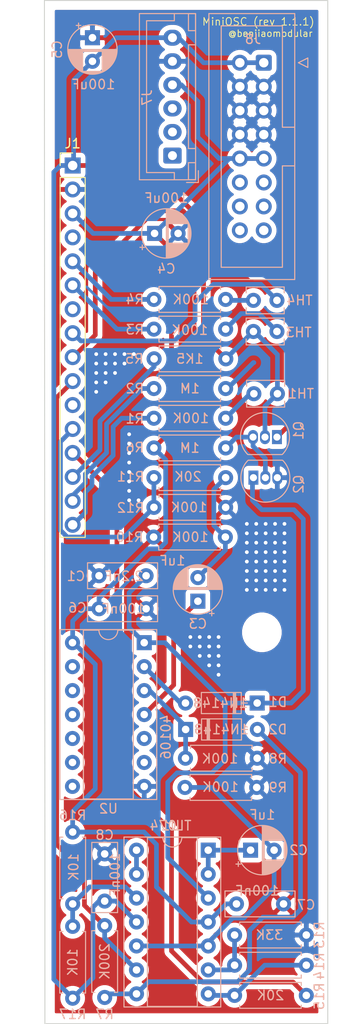
<source format=kicad_pcb>
(kicad_pcb (version 20171130) (host pcbnew 5.1.9+dfsg1-1~bpo10+1)
  (layers (0 F.Cu signal) (31 B.Cu signal) (34 B.Paste user) (35 F.Paste user) (36 B.SilkS user) (37 F.SilkS user) (38 B.Mask user) (39 F.Mask user) (44 Edge.Cuts user))
  (net 0 "")
  (net 1 Earth)
  (net 2 "Net-(C1-Pad1)")
  (net 3 "Net-(C2-Pad2)")
  (net 4 "Net-(C2-Pad1)")
  (net 5 "Net-(C3-Pad1)")
  (net 6 "Net-(C3-Pad2)")
  (net 7 +12V)
  (net 8 -12V)
  (net 9 "Net-(D1-Pad2)")
  (net 10 "Net-(D2-Pad2)")
  (net 11 "Net-(D2-Pad1)")
  (net 12 "Net-(J1-Pad16)")
  (net 13 "Net-(J1-Pad15)")
  (net 14 SCALE)
  (net 15 "Net-(J1-Pad6)")
  (net 16 "Net-(J1-Pad5)")
  (net 17 PULSE_OUT)
  (net 18 SAW_OUT)
  (net 19 "Net-(Q1-Pad3)")
  (net 20 "Net-(R1-Pad1)")
  (net 21 "Net-(R2-Pad1)")
  (net 22 "Net-(R3-Pad1)")
  (net 23 "Net-(R4-Pad1)")
  (net 24 "Net-(R13-Pad1)")
  (net 25 "Net-(R14-Pad2)")
  (net 26 "Net-(R16-Pad1)")
  (net 27 "Net-(U1-Pad13)")
  (net 28 FM_AMT_P2)
  (net 29 FM_AMT_P3)
  (net 30 PULSE_WIDTH)
  (net 31 "Net-(J8-Pad11)")
  (net 32 "Net-(J8-Pad13)")
  (net 33 "Net-(J8-Pad15)")
  (module MountingHole:MountingHole_3.2mm_M3 (layer F.Cu) (at 127.1 122)
    (fp_text reference REF** hide)
    (fp_text value MountingHole_3.2mm_M3)
    (pad 1 np_thru_hole circle (at 0 0) (size 3.2 3.2) (drill 3.2) (layers *.Cu *.Mask))
  )
  (module Capacitor_THT:C_Rect_L7.2mm_W2.5mm_P5.00mm_FKS2_FKP2_MKS2_MKP2 (layer B.Cu) (at 114.8 116 180)
    (fp_text reference C1 (at 7.45 -0.05) (layer B.SilkS) (effects (justify mirror)))
    (fp_text value 2.2nF (at 2.35 -0.05) (layer B.SilkS) (effects (justify mirror)))
    (pad 2 thru_hole circle (at 5 0 180) (size 1.6 1.6) (drill 0.8) (layers *.Cu *.Mask) (net 1 Earth))
    (pad 1 thru_hole circle (at 0 0 180) (size 1.6 1.6) (drill 0.8) (layers *.Cu *.Mask) (net 2 "Net-(C1-Pad1)"))
  )
  (module Capacitor_THT:CP_Radial_D5.0mm_P2.50mm (layer B.Cu) (at 125.9 145.1)
    (fp_text reference C2 (at 5.1 0) (layer B.SilkS) (effects (justify mirror)))
    (fp_text value 1uF (at 1.25 -3.75) (layer B.SilkS) (effects (justify mirror)))
    (pad 2 thru_hole circle (at 2.5 0) (size 1.6 1.6) (drill 0.8) (layers *.Cu *.Mask) (net 3 "Net-(C2-Pad2)"))
    (pad 1 thru_hole rect (at 0 0) (size 1.6 1.6) (drill 0.8) (layers *.Cu *.Mask) (net 4 "Net-(C2-Pad1)"))
  )
  (module Capacitor_THT:CP_Radial_D5.0mm_P2.50mm (layer B.Cu) (at 120.3 118.7 90)
    (fp_text reference C3 (at -2.4 0 180) (layer B.SilkS) (effects (justify mirror)))
    (fp_text value 1uF (at 4.3 -2.7 180) (layer B.SilkS) (effects (justify mirror)))
    (pad 1 thru_hole rect (at 0 0 90) (size 1.6 1.6) (drill 0.8) (layers *.Cu *.Mask) (net 5 "Net-(C3-Pad1)"))
    (pad 2 thru_hole circle (at 2.5 0 90) (size 1.6 1.6) (drill 0.8) (layers *.Cu *.Mask) (net 6 "Net-(C3-Pad2)"))
  )
  (module Capacitor_THT:C_Rect_L7.2mm_W2.5mm_P5.00mm_FKS2_FKP2_MKS2_MKP2 (layer B.Cu) (at 109.8 119.5)
    (fp_text reference C6 (at -2.3 -0.1) (layer B.SilkS) (effects (justify mirror)))
    (fp_text value 100nF (at 2.6 0) (layer B.SilkS) (effects (justify mirror)))
    (pad 1 thru_hole circle (at 0 0) (size 1.6 1.6) (drill 0.8) (layers *.Cu *.Mask) (net 7 +12V))
    (pad 2 thru_hole circle (at 5 0) (size 1.6 1.6) (drill 0.8) (layers *.Cu *.Mask) (net 1 Earth))
  )
  (module Capacitor_THT:C_Rect_L7.2mm_W2.5mm_P5.00mm_FKS2_FKP2_MKS2_MKP2 (layer B.Cu) (at 124.4 150.8)
    (fp_text reference C7 (at 7.4 0.1) (layer B.SilkS) (effects (justify mirror)))
    (fp_text value 100nF (at 2.2 -1.4) (layer B.SilkS) (effects (justify mirror)))
    (pad 1 thru_hole circle (at 0 0) (size 1.6 1.6) (drill 0.8) (layers *.Cu *.Mask) (net 7 +12V))
    (pad 2 thru_hole circle (at 5 0) (size 1.6 1.6) (drill 0.8) (layers *.Cu *.Mask) (net 1 Earth))
  )
  (module Capacitor_THT:C_Rect_L7.2mm_W2.5mm_P5.00mm_FKS2_FKP2_MKS2_MKP2 (layer B.Cu) (at 110.4 145.5 270)
    (fp_text reference C8 (at -2 0 180) (layer B.SilkS) (effects (justify mirror)))
    (fp_text value 100nF (at 2.2 -1.1 90) (layer B.SilkS) (effects (justify mirror)))
    (pad 2 thru_hole circle (at 5 0 270) (size 1.6 1.6) (drill 0.8) (layers *.Cu *.Mask) (net 8 -12V))
    (pad 1 thru_hole circle (at 0 0 270) (size 1.6 1.6) (drill 0.8) (layers *.Cu *.Mask) (net 1 Earth))
  )
  (module Diode_THT:D_DO-35_SOD27_P7.62mm_Horizontal (layer B.Cu) (at 126.6 129.5 180)
    (fp_text reference D1 (at -2.2 0.1) (layer B.SilkS) (effects (justify mirror)))
    (fp_text value 1N4148 (at 3.9 0) (layer B.SilkS) (effects (justify mirror)))
    (pad 1 thru_hole rect (at 0 0 180) (size 1.6 1.6) (drill 0.8) (layers *.Cu *.Mask) (net 2 "Net-(C1-Pad1)"))
    (pad 2 thru_hole oval (at 7.62 0 180) (size 1.6 1.6) (drill 0.8) (layers *.Cu *.Mask) (net 9 "Net-(D1-Pad2)"))
  )
  (module Diode_THT:D_DO-35_SOD27_P7.62mm_Horizontal (layer B.Cu) (at 119 132.3)
    (fp_text reference D2 (at 9.8 0) (layer B.SilkS) (effects (justify mirror)))
    (fp_text value 1N4148 (at 3.8 0) (layer B.SilkS) (effects (justify mirror)))
    (pad 2 thru_hole oval (at 7.62 0) (size 1.6 1.6) (drill 0.8) (layers *.Cu *.Mask) (net 10 "Net-(D2-Pad2)"))
    (pad 1 thru_hole rect (at 0 0) (size 1.6 1.6) (drill 0.8) (layers *.Cu *.Mask) (net 11 "Net-(D2-Pad1)"))
  )
  (module Connector_JST:JST_XH_B6B-XH-A_1x06_P2.50mm_Vertical (layer B.Cu) (at 117.6 71.45 90)
    (fp_text reference J7 (at 6.15 -2.7 270) (layer B.SilkS) (effects (justify mirror)))
    (fp_text value JST_BUS)
    (pad 1 thru_hole roundrect (at 0 0 90) (size 1.7 1.95) (drill 0.95) (layers *.Cu *.Mask) (roundrect_rratio 0.1470588235294118))
    (pad 2 thru_hole oval (at 2.5 0 90) (size 1.7 1.95) (drill 0.95) (layers *.Cu *.Mask))
    (pad 3 thru_hole oval (at 5 0 90) (size 1.7 1.95) (drill 0.95) (layers *.Cu *.Mask))
    (pad 4 thru_hole oval (at 7.5 0 90) (size 1.7 1.95) (drill 0.95) (layers *.Cu *.Mask) (net 7 +12V))
    (pad 5 thru_hole oval (at 10 0 90) (size 1.7 1.95) (drill 0.95) (layers *.Cu *.Mask) (net 1 Earth))
    (pad 6 thru_hole oval (at 12.5 0 90) (size 1.7 1.95) (drill 0.95) (layers *.Cu *.Mask) (net 8 -12V))
  )
  (module Connector_IDC:IDC-Header_2x08_P2.54mm_Vertical (layer B.Cu) (at 127.3 61.6 180)
    (fp_text reference J8 (at 1.15 2.5) (layer B.SilkS) (effects (justify mirror)))
    (fp_text value IDC_BUS)
    (pad 1 thru_hole roundrect (at 0 0 180) (size 1.7 1.7) (drill 1) (layers *.Cu *.Mask) (roundrect_rratio 0.1470588235294118) (net 8 -12V))
    (pad 3 thru_hole circle (at 0 -2.54 180) (size 1.7 1.7) (drill 1) (layers *.Cu *.Mask) (net 1 Earth))
    (pad 5 thru_hole circle (at 0 -5.08 180) (size 1.7 1.7) (drill 1) (layers *.Cu *.Mask) (net 1 Earth))
    (pad 7 thru_hole circle (at 0 -7.62 180) (size 1.7 1.7) (drill 1) (layers *.Cu *.Mask) (net 1 Earth))
    (pad 9 thru_hole circle (at 0 -10.16 180) (size 1.7 1.7) (drill 1) (layers *.Cu *.Mask) (net 7 +12V))
    (pad 11 thru_hole circle (at 0 -12.7 180) (size 1.7 1.7) (drill 1) (layers *.Cu *.Mask) (net 31 "Net-(J8-Pad11)"))
    (pad 13 thru_hole circle (at 0 -15.24 180) (size 1.7 1.7) (drill 1) (layers *.Cu *.Mask) (net 32 "Net-(J8-Pad13)"))
    (pad 15 thru_hole circle (at 0 -17.78 180) (size 1.7 1.7) (drill 1) (layers *.Cu *.Mask) (net 33 "Net-(J8-Pad15)"))
    (pad 2 thru_hole circle (at 2.54 0 180) (size 1.7 1.7) (drill 1) (layers *.Cu *.Mask) (net 8 -12V))
    (pad 4 thru_hole circle (at 2.54 -2.54 180) (size 1.7 1.7) (drill 1) (layers *.Cu *.Mask) (net 1 Earth))
    (pad 6 thru_hole circle (at 2.54 -5.08 180) (size 1.7 1.7) (drill 1) (layers *.Cu *.Mask) (net 1 Earth))
    (pad 8 thru_hole circle (at 2.54 -7.62 180) (size 1.7 1.7) (drill 1) (layers *.Cu *.Mask) (net 1 Earth))
    (pad 10 thru_hole circle (at 2.54 -10.16 180) (size 1.7 1.7) (drill 1) (layers *.Cu *.Mask) (net 7 +12V))
    (pad 12 thru_hole circle (at 2.54 -12.7 180) (size 1.7 1.7) (drill 1) (layers *.Cu *.Mask) (net 31 "Net-(J8-Pad11)"))
    (pad 14 thru_hole circle (at 2.54 -15.24 180) (size 1.7 1.7) (drill 1) (layers *.Cu *.Mask) (net 32 "Net-(J8-Pad13)"))
    (pad 16 thru_hole circle (at 2.54 -17.78 180) (size 1.7 1.7) (drill 1) (layers *.Cu *.Mask) (net 33 "Net-(J8-Pad15)"))
  )
  (module Package_TO_SOT_THT:TO-92_Inline (layer B.Cu) (at 128.7 101.3 180)
    (fp_text reference Q1 (at -2.3 0.7 90) (layer B.SilkS) (effects (justify mirror)))
    (fp_text value BC558)
    (pad 1 thru_hole rect (at 0 0 180) (size 1.05 1.5) (drill 0.75) (layers *.Cu *.Mask) (net 8 -12V))
    (pad 3 thru_hole oval (at 2.54 0 180) (size 1.05 1.5) (drill 0.75) (layers *.Cu *.Mask) (net 19 "Net-(Q1-Pad3)"))
    (pad 2 thru_hole oval (at 1.27 0 180) (size 1.05 1.5) (drill 0.75) (layers *.Cu *.Mask) (net 29 FM_AMT_P3))
  )
  (module Package_TO_SOT_THT:TO-92_Inline (layer B.Cu) (at 126.2 105.6)
    (fp_text reference Q2 (at 4.8 0.7 270) (layer B.SilkS) (effects (justify mirror)))
    (fp_text value BC548)
    (pad 2 thru_hole oval (at 1.27 0) (size 1.05 1.5) (drill 0.75) (layers *.Cu *.Mask) (net 19 "Net-(Q1-Pad3)"))
    (pad 3 thru_hole oval (at 2.54 0) (size 1.05 1.5) (drill 0.75) (layers *.Cu *.Mask) (net 1 Earth))
    (pad 1 thru_hole rect (at 0 0) (size 1.05 1.5) (drill 0.75) (layers *.Cu *.Mask) (net 2 "Net-(C1-Pad1)"))
  )
  (module Resistor_THT:R_Axial_DIN0207_L6.3mm_D2.5mm_P7.62mm_Horizontal (layer B.Cu) (at 123.25 99.3 180)
    (fp_text reference R1 (at 9.65 -0.05) (layer B.SilkS) (effects (justify mirror)))
    (fp_text value 100K (at 3.7 0) (layer B.SilkS) (effects (justify mirror)))
    (pad 1 thru_hole circle (at 0 0 180) (size 1.6 1.6) (drill 0.8) (layers *.Cu *.Mask) (net 20 "Net-(R1-Pad1)"))
    (pad 2 thru_hole oval (at 7.62 0 180) (size 1.6 1.6) (drill 0.8) (layers *.Cu *.Mask) (net 12 "Net-(J1-Pad16)"))
  )
  (module Resistor_THT:R_Axial_DIN0207_L6.3mm_D2.5mm_P7.62mm_Horizontal (layer B.Cu) (at 123.25 96.15 180)
    (fp_text reference R2 (at 9.65 0) (layer B.SilkS) (effects (justify mirror)))
    (fp_text value 1M (at 3.8 0) (layer B.SilkS) (effects (justify mirror)))
    (pad 2 thru_hole oval (at 7.62 0 180) (size 1.6 1.6) (drill 0.8) (layers *.Cu *.Mask) (net 13 "Net-(J1-Pad15)"))
    (pad 1 thru_hole circle (at 0 0 180) (size 1.6 1.6) (drill 0.8) (layers *.Cu *.Mask) (net 21 "Net-(R2-Pad1)"))
  )
  (module Resistor_THT:R_Axial_DIN0207_L6.3mm_D2.5mm_P7.62mm_Horizontal (layer B.Cu) (at 123.25 89.85 180)
    (fp_text reference R3 (at 9.65 -0.05) (layer B.SilkS) (effects (justify mirror)))
    (fp_text value 100K (at 3.81 -0.1) (layer B.SilkS) (effects (justify mirror)))
    (pad 2 thru_hole oval (at 7.62 0 180) (size 1.6 1.6) (drill 0.8) (layers *.Cu *.Mask) (net 15 "Net-(J1-Pad6)"))
    (pad 1 thru_hole circle (at 0 0 180) (size 1.6 1.6) (drill 0.8) (layers *.Cu *.Mask) (net 22 "Net-(R3-Pad1)"))
  )
  (module Resistor_THT:R_Axial_DIN0207_L6.3mm_D2.5mm_P7.62mm_Horizontal (layer B.Cu) (at 123.25 86.7 180)
    (fp_text reference R4 (at 9.65 0) (layer B.SilkS) (effects (justify mirror)))
    (fp_text value 100K (at 3.7 0) (layer B.SilkS) (effects (justify mirror)))
    (pad 1 thru_hole circle (at 0 0 180) (size 1.6 1.6) (drill 0.8) (layers *.Cu *.Mask) (net 23 "Net-(R4-Pad1)"))
    (pad 2 thru_hole oval (at 7.62 0 180) (size 1.6 1.6) (drill 0.8) (layers *.Cu *.Mask) (net 16 "Net-(J1-Pad5)"))
  )
  (module Resistor_THT:R_Axial_DIN0207_L6.3mm_D2.5mm_P7.62mm_Horizontal (layer B.Cu) (at 115.65 93)
    (fp_text reference R5 (at -2.1 0) (layer B.SilkS) (effects (justify mirror)))
    (fp_text value 1K5 (at 3.8 0) (layer B.SilkS) (effects (justify mirror)))
    (pad 2 thru_hole oval (at 7.62 0) (size 1.6 1.6) (drill 0.8) (layers *.Cu *.Mask) (net 29 FM_AMT_P3))
    (pad 1 thru_hole circle (at 0 0) (size 1.6 1.6) (drill 0.8) (layers *.Cu *.Mask) (net 14 SCALE))
  )
  (module Resistor_THT:R_Axial_DIN0207_L6.3mm_D2.5mm_P7.62mm_Horizontal (layer B.Cu) (at 123.25 102.45 180)
    (fp_text reference R6 (at 9.65 0.05) (layer B.SilkS) (effects (justify mirror)))
    (fp_text value 1M (at 3.81 0) (layer B.SilkS) (effects (justify mirror)))
    (pad 1 thru_hole circle (at 0 0 180) (size 1.6 1.6) (drill 0.8) (layers *.Cu *.Mask) (net 19 "Net-(Q1-Pad3)"))
    (pad 2 thru_hole oval (at 7.62 0 180) (size 1.6 1.6) (drill 0.8) (layers *.Cu *.Mask) (net 7 +12V))
  )
  (module Resistor_THT:R_Axial_DIN0207_L6.3mm_D2.5mm_P7.62mm_Horizontal (layer B.Cu) (at 110.4 153.1 270)
    (fp_text reference R7 (at 9.4 0) (layer B.SilkS) (effects (justify mirror)))
    (fp_text value 200K (at 3.8 0 90) (layer B.SilkS) (effects (justify mirror)))
    (pad 1 thru_hole circle (at 0 0 270) (size 1.6 1.6) (drill 0.8) (layers *.Cu *.Mask) (net 30 PULSE_WIDTH))
    (pad 2 thru_hole oval (at 7.62 0 270) (size 1.6 1.6) (drill 0.8) (layers *.Cu *.Mask) (net 10 "Net-(D2-Pad2)"))
  )
  (module Resistor_THT:R_Axial_DIN0207_L6.3mm_D2.5mm_P7.62mm_Horizontal (layer B.Cu) (at 126.6 135.35 180)
    (fp_text reference R8 (at -2.2 -0.05) (layer B.SilkS) (effects (justify mirror)))
    (fp_text value 100K (at 3.95 -0.05) (layer B.SilkS) (effects (justify mirror)))
    (pad 2 thru_hole oval (at 7.62 0 180) (size 1.6 1.6) (drill 0.8) (layers *.Cu *.Mask) (net 11 "Net-(D2-Pad1)"))
    (pad 1 thru_hole circle (at 0 0 180) (size 1.6 1.6) (drill 0.8) (layers *.Cu *.Mask) (net 1 Earth))
  )
  (module Resistor_THT:R_Axial_DIN0207_L6.3mm_D2.5mm_P7.62mm_Horizontal (layer B.Cu) (at 126.55 138.45 180)
    (fp_text reference R9 (at -2.25 0) (layer B.SilkS) (effects (justify mirror)))
    (fp_text value 100K (at 3.85 0.05) (layer B.SilkS) (effects (justify mirror)))
    (pad 1 thru_hole circle (at 0 0 180) (size 1.6 1.6) (drill 0.8) (layers *.Cu *.Mask) (net 1 Earth))
    (pad 2 thru_hole oval (at 7.62 0 180) (size 1.6 1.6) (drill 0.8) (layers *.Cu *.Mask) (net 3 "Net-(C2-Pad2)"))
  )
  (module Resistor_THT:R_Axial_DIN0207_L6.3mm_D2.5mm_P7.62mm_Horizontal (layer B.Cu) (at 115.6 111.9)
    (fp_text reference R10 (at -2.55 0) (layer B.SilkS) (effects (justify mirror)))
    (fp_text value 100K (at 3.9 0) (layer B.SilkS) (effects (justify mirror)))
    (pad 1 thru_hole circle (at 0 0) (size 1.6 1.6) (drill 0.8) (layers *.Cu *.Mask) (net 1 Earth))
    (pad 2 thru_hole oval (at 7.62 0) (size 1.6 1.6) (drill 0.8) (layers *.Cu *.Mask) (net 6 "Net-(C3-Pad2)"))
  )
  (module Resistor_THT:R_Axial_DIN0207_L6.3mm_D2.5mm_P7.62mm_Horizontal (layer B.Cu) (at 123.25 105.6 180)
    (fp_text reference R11 (at 10.1 0.1) (layer B.SilkS) (effects (justify mirror)))
    (fp_text value 20K (at 4 0.1) (layer B.SilkS) (effects (justify mirror)))
    (pad 2 thru_hole oval (at 7.62 0 180) (size 1.6 1.6) (drill 0.8) (layers *.Cu *.Mask) (net 17 PULSE_OUT))
    (pad 1 thru_hole circle (at 0 0 180) (size 1.6 1.6) (drill 0.8) (layers *.Cu *.Mask) (net 6 "Net-(C3-Pad2)"))
  )
  (module Resistor_THT:R_Axial_DIN0207_L6.3mm_D2.5mm_P7.62mm_Horizontal (layer B.Cu) (at 123.25 108.75 180)
    (fp_text reference R12 (at 10.1 -0.05) (layer B.SilkS) (effects (justify mirror)))
    (fp_text value 100K (at 3.9 0) (layer B.SilkS) (effects (justify mirror)))
    (pad 1 thru_hole circle (at 0 0 180) (size 1.6 1.6) (drill 0.8) (layers *.Cu *.Mask) (net 1 Earth))
    (pad 2 thru_hole oval (at 7.62 0 180) (size 1.6 1.6) (drill 0.8) (layers *.Cu *.Mask) (net 17 PULSE_OUT))
  )
  (module Resistor_THT:R_Axial_DIN0207_L6.3mm_D2.5mm_P7.62mm_Horizontal (layer B.Cu) (at 124.2 154.1)
    (fp_text reference R13 (at 9 0 90) (layer B.SilkS) (effects (justify mirror)))
    (fp_text value 33K (at 3.7 0) (layer B.SilkS) (effects (justify mirror)))
    (pad 1 thru_hole circle (at 0 0) (size 1.6 1.6) (drill 0.8) (layers *.Cu *.Mask) (net 24 "Net-(R13-Pad1)"))
    (pad 2 thru_hole oval (at 7.62 0) (size 1.6 1.6) (drill 0.8) (layers *.Cu *.Mask) (net 1 Earth))
  )
  (module Resistor_THT:R_Axial_DIN0207_L6.3mm_D2.5mm_P7.62mm_Horizontal (layer B.Cu) (at 124.2 157.3)
    (fp_text reference R14 (at 9 0.1 270) (layer B.SilkS) (effects (justify mirror)))
    (fp_text value 100K)
    (pad 2 thru_hole oval (at 7.62 0) (size 1.6 1.6) (drill 0.8) (layers *.Cu *.Mask) (net 25 "Net-(R14-Pad2)"))
    (pad 1 thru_hole circle (at 0 0) (size 1.6 1.6) (drill 0.8) (layers *.Cu *.Mask) (net 24 "Net-(R13-Pad1)"))
  )
  (module Resistor_THT:R_Axial_DIN0207_L6.3mm_D2.5mm_P7.62mm_Horizontal (layer B.Cu) (at 124.2 160.5)
    (fp_text reference R15 (at 9 0.1 90) (layer B.SilkS) (effects (justify mirror)))
    (fp_text value 20K (at 3.81 0) (layer B.SilkS) (effects (justify mirror)))
    (pad 2 thru_hole oval (at 7.62 0) (size 1.6 1.6) (drill 0.8) (layers *.Cu *.Mask) (net 18 SAW_OUT))
    (pad 1 thru_hole circle (at 0 0) (size 1.6 1.6) (drill 0.8) (layers *.Cu *.Mask) (net 25 "Net-(R14-Pad2)"))
  )
  (module Resistor_THT:R_Axial_DIN0207_L6.3mm_D2.5mm_P7.62mm_Horizontal (layer B.Cu) (at 107 150.8 90)
    (fp_text reference R16 (at 9.4 0 180) (layer B.SilkS) (effects (justify mirror)))
    (fp_text value 10K (at 3.9 0.1 90) (layer B.SilkS) (effects (justify mirror)))
    (pad 2 thru_hole oval (at 7.62 0 90) (size 1.6 1.6) (drill 0.8) (layers *.Cu *.Mask) (net 7 +12V))
    (pad 1 thru_hole circle (at 0 0 90) (size 1.6 1.6) (drill 0.8) (layers *.Cu *.Mask) (net 26 "Net-(R16-Pad1)"))
  )
  (module Resistor_THT:R_Axial_DIN0207_L6.3mm_D2.5mm_P7.62mm_Horizontal (layer B.Cu) (at 107 160.8 90)
    (fp_text reference R17 (at -1.7 0) (layer B.SilkS) (effects (justify mirror)))
    (fp_text value 10K (at 3.81 0 90) (layer B.SilkS) (effects (justify mirror)))
    (pad 1 thru_hole circle (at 0 0 90) (size 1.6 1.6) (drill 0.8) (layers *.Cu *.Mask) (net 8 -12V))
    (pad 2 thru_hole oval (at 7.62 0 90) (size 1.6 1.6) (drill 0.8) (layers *.Cu *.Mask) (net 26 "Net-(R16-Pad1)"))
  )
  (module Capacitor_THT:C_Disc_D3.8mm_W2.6mm_P2.50mm (layer B.Cu) (at 128.75 96.7 180)
    (fp_text reference TH1 (at -2.5 0) (layer B.SilkS) (effects (justify mirror)))
    (fp_text value "10K NTC")
    (pad 2 thru_hole circle (at 2.5 0 180) (size 1.6 1.6) (drill 0.8) (layers *.Cu *.Mask) (net 20 "Net-(R1-Pad1)"))
    (pad 1 thru_hole circle (at 0 0 180) (size 1.6 1.6) (drill 0.8) (layers *.Cu *.Mask) (net 29 FM_AMT_P3))
  )
  (module Capacitor_THT:C_Disc_D3.8mm_W2.6mm_P2.50mm (layer B.Cu) (at 126.2 90.1)
    (fp_text reference TH3 (at 4.8 0.1) (layer B.SilkS) (effects (justify mirror)))
    (fp_text value "10K NTC")
    (pad 2 thru_hole circle (at 2.5 0) (size 1.6 1.6) (drill 0.8) (layers *.Cu *.Mask) (net 22 "Net-(R3-Pad1)"))
    (pad 1 thru_hole circle (at 0 0) (size 1.6 1.6) (drill 0.8) (layers *.Cu *.Mask) (net 29 FM_AMT_P3))
  )
  (module Capacitor_THT:C_Disc_D3.8mm_W2.6mm_P2.50mm (layer B.Cu) (at 128.7 86.8 180)
    (fp_text reference TH4 (at -2.4 0) (layer B.SilkS) (effects (justify mirror)))
    (fp_text value "10K NTC")
    (pad 1 thru_hole circle (at 0 0 180) (size 1.6 1.6) (drill 0.8) (layers *.Cu *.Mask) (net 28 FM_AMT_P2))
    (pad 2 thru_hole circle (at 2.5 0 180) (size 1.6 1.6) (drill 0.8) (layers *.Cu *.Mask) (net 23 "Net-(R4-Pad1)"))
  )
  (module Package_DIP:DIP-14_W7.62mm_Socket (layer B.Cu) (at 121.4 145.1 180)
    (fp_text reference U1 (at 4 2.6) (layer B.SilkS) (effects (justify mirror)))
    (fp_text value TL074 (at 4 2.6) (layer B.SilkS) (effects (justify mirror)))
    (pad 14 thru_hole oval (at 7.62 0 180) (size 1.6 1.6) (drill 0.8) (layers *.Cu *.Mask) (net 27 "Net-(U1-Pad13)"))
    (pad 7 thru_hole oval (at 0 -15.24 180) (size 1.6 1.6) (drill 0.8) (layers *.Cu *.Mask) (net 25 "Net-(R14-Pad2)"))
    (pad 13 thru_hole oval (at 7.62 -2.54 180) (size 1.6 1.6) (drill 0.8) (layers *.Cu *.Mask) (net 27 "Net-(U1-Pad13)"))
    (pad 6 thru_hole oval (at 0 -12.7 180) (size 1.6 1.6) (drill 0.8) (layers *.Cu *.Mask) (net 24 "Net-(R13-Pad1)"))
    (pad 12 thru_hole oval (at 7.62 -5.08 180) (size 1.6 1.6) (drill 0.8) (layers *.Cu *.Mask) (net 26 "Net-(R16-Pad1)"))
    (pad 5 thru_hole oval (at 0 -10.16 180) (size 1.6 1.6) (drill 0.8) (layers *.Cu *.Mask) (net 3 "Net-(C2-Pad2)"))
    (pad 11 thru_hole oval (at 7.62 -7.62 180) (size 1.6 1.6) (drill 0.8) (layers *.Cu *.Mask) (net 8 -12V))
    (pad 4 thru_hole oval (at 0 -7.62 180) (size 1.6 1.6) (drill 0.8) (layers *.Cu *.Mask) (net 7 +12V))
    (pad 10 thru_hole oval (at 7.62 -10.16 180) (size 1.6 1.6) (drill 0.8) (layers *.Cu *.Mask) (net 3 "Net-(C2-Pad2)"))
    (pad 3 thru_hole oval (at 0 -5.08 180) (size 1.6 1.6) (drill 0.8) (layers *.Cu *.Mask) (net 2 "Net-(C1-Pad1)"))
    (pad 9 thru_hole oval (at 7.62 -12.7 180) (size 1.6 1.6) (drill 0.8) (layers *.Cu *.Mask) (net 30 PULSE_WIDTH))
    (pad 2 thru_hole oval (at 0 -2.54 180) (size 1.6 1.6) (drill 0.8) (layers *.Cu *.Mask) (net 4 "Net-(C2-Pad1)"))
    (pad 8 thru_hole oval (at 7.62 -15.24 180) (size 1.6 1.6) (drill 0.8) (layers *.Cu *.Mask) (net 10 "Net-(D2-Pad2)"))
    (pad 1 thru_hole rect (at 0 0 180) (size 1.6 1.6) (drill 0.8) (layers *.Cu *.Mask) (net 4 "Net-(C2-Pad1)"))
  )
  (module Package_DIP:DIP-14_W7.62mm_Socket (layer B.Cu) (at 114.6 123.1 180)
    (fp_text reference U2 (at 3.8 -17.6) (layer B.SilkS) (effects (justify mirror)))
    (fp_text value 40106 (at -2.3 -10 270) (layer B.SilkS) (effects (justify mirror)))
    (pad 1 thru_hole rect (at 0 0 180) (size 1.6 1.6) (drill 0.8) (layers *.Cu *.Mask) (net 2 "Net-(C1-Pad1)"))
    (pad 8 thru_hole oval (at 7.62 -15.24 180) (size 1.6 1.6) (drill 0.8) (layers *.Cu *.Mask))
    (pad 2 thru_hole oval (at 0 -2.54 180) (size 1.6 1.6) (drill 0.8) (layers *.Cu *.Mask) (net 9 "Net-(D1-Pad2)"))
    (pad 9 thru_hole oval (at 7.62 -12.7 180) (size 1.6 1.6) (drill 0.8) (layers *.Cu *.Mask))
    (pad 3 thru_hole oval (at 0 -5.08 180) (size 1.6 1.6) (drill 0.8) (layers *.Cu *.Mask) (net 11 "Net-(D2-Pad1)"))
    (pad 10 thru_hole oval (at 7.62 -10.16 180) (size 1.6 1.6) (drill 0.8) (layers *.Cu *.Mask))
    (pad 4 thru_hole oval (at 0 -7.62 180) (size 1.6 1.6) (drill 0.8) (layers *.Cu *.Mask) (net 5 "Net-(C3-Pad1)"))
    (pad 11 thru_hole oval (at 7.62 -7.62 180) (size 1.6 1.6) (drill 0.8) (layers *.Cu *.Mask))
    (pad 5 thru_hole oval (at 0 -10.16 180) (size 1.6 1.6) (drill 0.8) (layers *.Cu *.Mask))
    (pad 12 thru_hole oval (at 7.62 -5.08 180) (size 1.6 1.6) (drill 0.8) (layers *.Cu *.Mask))
    (pad 6 thru_hole oval (at 0 -12.7 180) (size 1.6 1.6) (drill 0.8) (layers *.Cu *.Mask))
    (pad 13 thru_hole oval (at 7.62 -2.54 180) (size 1.6 1.6) (drill 0.8) (layers *.Cu *.Mask))
    (pad 7 thru_hole oval (at 0 -15.24 180) (size 1.6 1.6) (drill 0.8) (layers *.Cu *.Mask) (net 1 Earth))
    (pad 14 thru_hole oval (at 7.62 0 180) (size 1.6 1.6) (drill 0.8) (layers *.Cu *.Mask) (net 7 +12V))
  )
  (module Connector_PinHeader_2.54mm:PinHeader_1x16_P2.54mm_Vertical (layer F.Cu) (at 107 72.5)
    (fp_text reference J1 (at 0 -2.33) (layer F.SilkS))
    (fp_text value Conn_01x16_Female)
    (pad 1 thru_hole rect (at 0 0) (size 1.7 1.7) (drill 1) (layers *.Cu *.Mask) (net 8 -12V))
    (pad 2 thru_hole oval (at 0 2.54) (size 1.7 1.7) (drill 1) (layers *.Cu *.Mask) (net 1 Earth))
    (pad 3 thru_hole oval (at 0 5.08) (size 1.7 1.7) (drill 1) (layers *.Cu *.Mask) (net 7 +12V))
    (pad 4 thru_hole oval (at 0 7.62) (size 1.7 1.7) (drill 1) (layers *.Cu *.Mask))
    (pad 5 thru_hole oval (at 0 10.16) (size 1.7 1.7) (drill 1) (layers *.Cu *.Mask) (net 16 "Net-(J1-Pad5)"))
    (pad 6 thru_hole oval (at 0 12.7) (size 1.7 1.7) (drill 1) (layers *.Cu *.Mask) (net 15 "Net-(J1-Pad6)"))
    (pad 7 thru_hole oval (at 0 15.24) (size 1.7 1.7) (drill 1) (layers *.Cu *.Mask))
    (pad 8 thru_hole oval (at 0 17.78) (size 1.7 1.7) (drill 1) (layers *.Cu *.Mask) (net 28 FM_AMT_P2))
    (pad 9 thru_hole oval (at 0 20.32) (size 1.7 1.7) (drill 1) (layers *.Cu *.Mask) (net 29 FM_AMT_P3))
    (pad 10 thru_hole oval (at 0 22.86) (size 1.7 1.7) (drill 1) (layers *.Cu *.Mask) (net 30 PULSE_WIDTH))
    (pad 11 thru_hole oval (at 0 25.4) (size 1.7 1.7) (drill 1) (layers *.Cu *.Mask))
    (pad 12 thru_hole oval (at 0 27.94) (size 1.7 1.7) (drill 1) (layers *.Cu *.Mask) (net 17 PULSE_OUT))
    (pad 13 thru_hole oval (at 0 30.48) (size 1.7 1.7) (drill 1) (layers *.Cu *.Mask) (net 18 SAW_OUT))
    (pad 14 thru_hole oval (at 0 33.02) (size 1.7 1.7) (drill 1) (layers *.Cu *.Mask) (net 14 SCALE))
    (pad 15 thru_hole oval (at 0 35.56) (size 1.7 1.7) (drill 1) (layers *.Cu *.Mask) (net 13 "Net-(J1-Pad15)"))
    (pad 16 thru_hole oval (at 0 38.1) (size 1.7 1.7) (drill 1) (layers *.Cu *.Mask) (net 12 "Net-(J1-Pad16)"))
  )
  (module Capacitor_THT:CP_Radial_D5.0mm_P2.50mm (layer B.Cu) (at 115.7 79.7)
    (fp_text reference C4 (at 1.25 3.75) (layer B.SilkS) (effects (justify mirror)))
    (fp_text value 100uF (at 1.25 -3.75) (layer B.SilkS) (effects (justify mirror)))
    (pad 2 thru_hole circle (at 2.5 0) (size 1.6 1.6) (drill 0.8) (layers *.Cu *.Mask) (net 1 Earth))
    (pad 1 thru_hole rect (at 0 0) (size 1.6 1.6) (drill 0.8) (layers *.Cu *.Mask) (net 7 +12V))
  )
  (module Capacitor_THT:CP_Radial_D5.0mm_P2.50mm (layer B.Cu) (at 109.1 58.95 270)
    (fp_text reference C5 (at 1.25 3.75 90) (layer B.SilkS) (effects (justify mirror)))
    (fp_text value 100uF (at 4.95 -0.1 180) (layer B.SilkS) (effects (justify mirror)))
    (pad 1 thru_hole rect (at 0 0 270) (size 1.6 1.6) (drill 0.8) (layers *.Cu *.Mask) (net 1 Earth))
    (pad 2 thru_hole circle (at 2.5 0 270) (size 1.6 1.6) (drill 0.8) (layers *.Cu *.Mask) (net 8 -12V))
  )
  (gr_line (start 104 66) (end 104 55) (layer Edge.Cuts) (width 0.1))
  (gr_text @benjiaomodular (at 128 58.5) (layer F.SilkS) (effects (font (size 0.7 0.7) (thickness 0.1))))
  (gr_text "MiniOSC (rev 1.1.1)" (at 132.75 57.25) (layer F.SilkS) (effects (font (size 0.8 0.8) (thickness 0.1)) (justify right)))
  (gr_line (start 122.55 163.5) (end 134.1 163.5) (layer Edge.Cuts) (width 0.1))
  (gr_line (start 134.1 55) (end 122.55 55) (layer Edge.Cuts) (width 0.1))
  (gr_line (start 104 66) (end 104.049803 145) (layer Edge.Cuts) (width 0.1))
  (gr_line (start 134.1 55) (end 134.1 163.5) (layer Edge.Cuts) (width 0.1))
  (gr_line (start 104 55) (end 122.55 55) (layer Edge.Cuts) (width 0.1))
  (gr_line (start 104.05 163.5) (end 104.049803 145) (layer Edge.Cuts) (width 0.1))
  (gr_line (start 122.55 163.5) (end 104.05 163.5) (layer Edge.Cuts) (width 0.1))
  (via (at 125.5 110.5) (size 0.8) (drill 0.4) (layers F.Cu B.Cu) (net 1))
  (via (at 126.5 110.5) (size 0.8) (drill 0.4) (layers F.Cu B.Cu) (net 1))
  (via (at 127.5 110.5) (size 0.8) (drill 0.4) (layers F.Cu B.Cu) (net 1))
  (via (at 128.5 110.5) (size 0.8) (drill 0.4) (layers F.Cu B.Cu) (net 1))
  (via (at 129.5 110.5) (size 0.8) (drill 0.4) (layers F.Cu B.Cu) (net 1))
  (via (at 129.5 111.5) (size 0.8) (drill 0.4) (layers F.Cu B.Cu) (net 1))
  (via (at 128.5 111.5) (size 0.8) (drill 0.4) (layers F.Cu B.Cu) (net 1))
  (via (at 127.5 111.5) (size 0.8) (drill 0.4) (layers F.Cu B.Cu) (net 1))
  (via (at 126.5 111.5) (size 0.8) (drill 0.4) (layers F.Cu B.Cu) (net 1))
  (via (at 125.5 111.5) (size 0.8) (drill 0.4) (layers F.Cu B.Cu) (net 1))
  (via (at 125.5 112.5) (size 0.8) (drill 0.4) (layers F.Cu B.Cu) (net 1))
  (via (at 126.5 112.5) (size 0.8) (drill 0.4) (layers F.Cu B.Cu) (net 1))
  (via (at 127.5 112.5) (size 0.8) (drill 0.4) (layers F.Cu B.Cu) (net 1))
  (via (at 128.5 112.5) (size 0.8) (drill 0.4) (layers F.Cu B.Cu) (net 1))
  (via (at 129.5 112.5) (size 0.8) (drill 0.4) (layers F.Cu B.Cu) (net 1))
  (via (at 129.5 113.5) (size 0.8) (drill 0.4) (layers F.Cu B.Cu) (net 1))
  (via (at 129.5 114.5) (size 0.8) (drill 0.4) (layers F.Cu B.Cu) (net 1))
  (via (at 129.5 115.5) (size 0.8) (drill 0.4) (layers F.Cu B.Cu) (net 1))
  (via (at 129.5 116.5) (size 0.8) (drill 0.4) (layers F.Cu B.Cu) (net 1))
  (via (at 129.5 117.5) (size 0.8) (drill 0.4) (layers F.Cu B.Cu) (net 1))
  (via (at 128.5 117.5) (size 0.8) (drill 0.4) (layers F.Cu B.Cu) (net 1))
  (via (at 127.5 117.5) (size 0.8) (drill 0.4) (layers F.Cu B.Cu) (net 1))
  (via (at 126.5 117.5) (size 0.8) (drill 0.4) (layers F.Cu B.Cu) (net 1))
  (via (at 125.5 117.5) (size 0.8) (drill 0.4) (layers F.Cu B.Cu) (net 1))
  (via (at 125.5 116.5) (size 0.8) (drill 0.4) (layers F.Cu B.Cu) (net 1))
  (via (at 125.5 115.5) (size 0.8) (drill 0.4) (layers F.Cu B.Cu) (net 1))
  (via (at 125.5 114.5) (size 0.8) (drill 0.4) (layers F.Cu B.Cu) (net 1))
  (via (at 125.5 113.5) (size 0.8) (drill 0.4) (layers F.Cu B.Cu) (net 1))
  (via (at 126.5 113.5) (size 0.8) (drill 0.4) (layers F.Cu B.Cu) (net 1))
  (via (at 127.5 113.5) (size 0.8) (drill 0.4) (layers F.Cu B.Cu) (net 1))
  (via (at 128.5 113.5) (size 0.8) (drill 0.4) (layers F.Cu B.Cu) (net 1))
  (via (at 128.5 114.5) (size 0.8) (drill 0.4) (layers F.Cu B.Cu) (net 1))
  (via (at 128.5 115.5) (size 0.8) (drill 0.4) (layers F.Cu B.Cu) (net 1))
  (via (at 128.5 116.5) (size 0.8) (drill 0.4) (layers F.Cu B.Cu) (net 1))
  (via (at 127.5 116.5) (size 0.8) (drill 0.4) (layers F.Cu B.Cu) (net 1))
  (via (at 127.5 115.5) (size 0.8) (drill 0.4) (layers F.Cu B.Cu) (net 1))
  (via (at 127.5 114.5) (size 0.8) (drill 0.4) (layers F.Cu B.Cu) (net 1))
  (via (at 126.5 114.5) (size 0.8) (drill 0.4) (layers F.Cu B.Cu) (net 1))
  (via (at 126.5 115.5) (size 0.8) (drill 0.4) (layers F.Cu B.Cu) (net 1))
  (via (at 126.5 116.5) (size 0.8) (drill 0.4) (layers F.Cu B.Cu) (net 1))
  (via (at 119.5 122.5) (size 0.8) (drill 0.4) (layers F.Cu B.Cu) (net 1))
  (via (at 120.5 122.5) (size 0.8) (drill 0.4) (layers F.Cu B.Cu) (net 1))
  (via (at 121.5 122.5) (size 0.8) (drill 0.4) (layers F.Cu B.Cu) (net 1))
  (via (at 122.5 122.5) (size 0.8) (drill 0.4) (layers F.Cu B.Cu) (net 1))
  (via (at 122.5 123.5) (size 0.8) (drill 0.4) (layers F.Cu B.Cu) (net 1))
  (via (at 121.5 123.5) (size 0.8) (drill 0.4) (layers F.Cu B.Cu) (net 1))
  (via (at 120.5 123.5) (size 0.8) (drill 0.4) (layers F.Cu B.Cu) (net 1))
  (via (at 119.5 123.5) (size 0.8) (drill 0.4) (layers F.Cu B.Cu) (net 1))
  (via (at 120.5 124.5) (size 0.8) (drill 0.4) (layers F.Cu B.Cu) (net 1))
  (via (at 121.5 124.5) (size 0.8) (drill 0.4) (layers F.Cu B.Cu) (net 1))
  (via (at 122.5 124.5) (size 0.8) (drill 0.4) (layers F.Cu B.Cu) (net 1))
  (via (at 122.5 125.5) (size 0.8) (drill 0.4) (layers F.Cu B.Cu) (net 1))
  (via (at 121.5 125.5) (size 0.8) (drill 0.4) (layers F.Cu B.Cu) (net 1))
  (via (at 122.5 126.5) (size 0.8) (drill 0.4) (layers F.Cu B.Cu) (net 1))
  (via (at 113 101) (size 0.8) (drill 0.4) (layers F.Cu B.Cu) (net 1))
  (via (at 113 102) (size 0.8) (drill 0.4) (layers F.Cu B.Cu) (net 1))
  (via (at 113 103) (size 0.8) (drill 0.4) (layers F.Cu B.Cu) (net 1))
  (via (at 113 104) (size 0.8) (drill 0.4) (layers F.Cu B.Cu) (net 1))
  (via (at 113 105) (size 0.8) (drill 0.4) (layers F.Cu B.Cu) (net 1))
  (via (at 113 106) (size 0.8) (drill 0.4) (layers F.Cu B.Cu) (net 1))
  (via (at 113 107) (size 0.8) (drill 0.4) (layers F.Cu B.Cu) (net 1))
  (via (at 113 108) (size 0.8) (drill 0.4) (layers F.Cu B.Cu) (net 1))
  (via (at 114 108) (size 0.8) (drill 0.4) (layers F.Cu B.Cu) (net 1))
  (via (at 109.5 92.5) (size 0.8) (drill 0.4) (layers F.Cu B.Cu) (net 1))
  (via (at 109.5 93.5) (size 0.8) (drill 0.4) (layers F.Cu B.Cu) (net 1))
  (via (at 109.5 94.5) (size 0.8) (drill 0.4) (layers F.Cu B.Cu) (net 1))
  (via (at 109.5 95.5) (size 0.8) (drill 0.4) (layers F.Cu B.Cu) (net 1))
  (via (at 109.5 96.5) (size 0.8) (drill 0.4) (layers F.Cu B.Cu) (net 1))
  (via (at 110.5 95.5) (size 0.8) (drill 0.4) (layers F.Cu B.Cu) (net 1))
  (via (at 110.5 94.5) (size 0.8) (drill 0.4) (layers F.Cu B.Cu) (net 1))
  (via (at 110.5 93.5) (size 0.8) (drill 0.4) (layers F.Cu B.Cu) (net 1))
  (via (at 110.5 92.5) (size 0.8) (drill 0.4) (layers F.Cu B.Cu) (net 1))
  (via (at 111.5 92.5) (size 0.8) (drill 0.4) (layers F.Cu B.Cu) (net 1))
  (via (at 111.5 93.5) (size 0.8) (drill 0.4) (layers F.Cu B.Cu) (net 1))
  (via (at 111.5 94.5) (size 0.8) (drill 0.4) (layers F.Cu B.Cu) (net 1))
  (via (at 112.5 93.5) (size 0.8) (drill 0.4) (layers F.Cu B.Cu) (net 1))
  (via (at 112.5 92.5) (size 0.8) (drill 0.4) (layers F.Cu B.Cu) (net 1))
  (via (at 113.5 92.5) (size 0.8) (drill 0.4) (layers F.Cu B.Cu) (net 1))
  (segment (start 113 121.5) (end 114.6 123.1) (width 0.5) (layer B.Cu) (net 2))
  (segment (start 114.8 116) (end 113 117.8) (width 0.5) (layer B.Cu) (net 2))
  (segment (start 113 117.8) (end 113 121.5) (width 0.5) (layer B.Cu) (net 2))
  (segment (start 116.8 123.1) (end 114.6 123.1) (width 0.5) (layer B.Cu) (net 2))
  (segment (start 123.2 129.5) (end 116.8 123.1) (width 0.5) (layer B.Cu) (net 2))
  (segment (start 126.6 129.5) (end 123.2 129.5) (width 0.5) (layer B.Cu) (net 2))
  (segment (start 121.8 136.9) (end 123.2 135.5) (width 0.5) (layer B.Cu) (net 2))
  (segment (start 118.1 136.9) (end 121.8 136.9) (width 0.5) (layer B.Cu) (net 2))
  (segment (start 117.1 137.9) (end 118.1 136.9) (width 0.5) (layer B.Cu) (net 2))
  (segment (start 123.2 135.5) (end 123.2 129.5) (width 0.5) (layer B.Cu) (net 2))
  (segment (start 121.4 150.18) (end 117.1 145.88) (width 0.5) (layer B.Cu) (net 2))
  (segment (start 117.1 145.88) (end 117.1 137.9) (width 0.5) (layer B.Cu) (net 2))
  (segment (start 130.2 129.5) (end 126.6 129.5) (width 0.5) (layer B.Cu) (net 2))
  (segment (start 131.5 128.2) (end 130.2 129.5) (width 0.5) (layer B.Cu) (net 2))
  (segment (start 126.1 105.7) (end 126.1 108) (width 0.5) (layer B.Cu) (net 2))
  (segment (start 126.1 108) (end 127.1 109) (width 0.5) (layer B.Cu) (net 2))
  (segment (start 126.2 105.6) (end 126.1 105.7) (width 0.5) (layer B.Cu) (net 2))
  (segment (start 127.1 109) (end 130.5 109) (width 0.5) (layer B.Cu) (net 2))
  (segment (start 130.5 109) (end 131.5 110) (width 0.5) (layer B.Cu) (net 2))
  (segment (start 131.5 110) (end 131.5 128.2) (width 0.5) (layer B.Cu) (net 2))
  (segment (start 124 152.3) (end 121.4 154.9) (width 0.5) (layer B.Cu) (net 3))
  (segment (start 125.2 152.3) (end 124 152.3) (width 0.5) (layer B.Cu) (net 3))
  (segment (start 121.4 154.9) (end 121.4 155.26) (width 0.5) (layer B.Cu) (net 3))
  (segment (start 128.4 145.1) (end 128.4 149.1) (width 0.5) (layer B.Cu) (net 3))
  (segment (start 128.4 149.1) (end 125.2 152.3) (width 0.5) (layer B.Cu) (net 3))
  (segment (start 113.78 155.26) (end 121.4 155.26) (width 0.5) (layer B.Cu) (net 3))
  (segment (start 121.75 138.45) (end 118.93 138.45) (width 0.5) (layer B.Cu) (net 3))
  (segment (start 128.4 145.1) (end 121.75 138.45) (width 0.5) (layer B.Cu) (net 3))
  (segment (start 121.4 145.1) (end 121.4 147.64) (width 0.5) (layer B.Cu) (net 4))
  (segment (start 125.9 145.1) (end 121.4 145.1) (width 0.5) (layer B.Cu) (net 4))
  (segment (start 114.68 130.72) (end 114.6 130.72) (width 0.5) (layer F.Cu) (net 5))
  (segment (start 117.729999 127.590001) (end 114.6 130.72) (width 0.5) (layer F.Cu) (net 5))
  (segment (start 117.729999 121.270001) (end 117.729999 127.590001) (width 0.5) (layer F.Cu) (net 5))
  (segment (start 120.3 118.7) (end 117.729999 121.270001) (width 0.5) (layer F.Cu) (net 5))
  (segment (start 121.999999 110.679999) (end 123.22 111.9) (width 0.5) (layer B.Cu) (net 6))
  (segment (start 121.999999 106.850001) (end 121.999999 110.679999) (width 0.5) (layer B.Cu) (net 6))
  (segment (start 123.25 105.6) (end 121.999999 106.850001) (width 0.5) (layer B.Cu) (net 6))
  (segment (start 123.22 113.28) (end 120.3 116.2) (width 0.5) (layer B.Cu) (net 6))
  (segment (start 123.22 111.9) (end 123.22 113.28) (width 0.5) (layer B.Cu) (net 6))
  (segment (start 123.32 150.8) (end 121.4 152.72) (width 0.5) (layer B.Cu) (net 7))
  (segment (start 124.4 150.8) (end 123.32 150.8) (width 0.5) (layer B.Cu) (net 7))
  (segment (start 119.62 152.72) (end 121.4 152.72) (width 0.5) (layer B.Cu) (net 7))
  (segment (start 115.9 149) (end 119.62 152.72) (width 0.5) (layer B.Cu) (net 7))
  (segment (start 107 143.18) (end 114.58 143.18) (width 0.5) (layer B.Cu) (net 7))
  (segment (start 115.9 144.5) (end 115.9 149) (width 0.5) (layer B.Cu) (net 7))
  (segment (start 114.58 143.18) (end 115.9 144.5) (width 0.5) (layer B.Cu) (net 7))
  (segment (start 109.17 79.7) (end 107.05 77.58) (width 0.5) (layer B.Cu) (net 7))
  (segment (start 115.7 79.7) (end 109.17 79.7) (width 0.5) (layer B.Cu) (net 7))
  (segment (start 123.64 71.76) (end 115.7 79.7) (width 0.5) (layer B.Cu) (net 7))
  (segment (start 124.76 71.76) (end 123.64 71.76) (width 0.5) (layer B.Cu) (net 7))
  (segment (start 127.3 71.76) (end 124.76 71.76) (width 0.5) (layer B.Cu) (net 7))
  (segment (start 122.56 71.76) (end 123.64 71.76) (width 0.5) (layer B.Cu) (net 7))
  (segment (start 120.3 69.5) (end 122.56 71.76) (width 0.5) (layer B.Cu) (net 7))
  (segment (start 120.3 65.7) (end 120.3 69.5) (width 0.5) (layer B.Cu) (net 7))
  (segment (start 117.6 63.95) (end 118.55 63.95) (width 0.5) (layer B.Cu) (net 7))
  (segment (start 118.55 63.95) (end 120.3 65.7) (width 0.5) (layer B.Cu) (net 7))
  (segment (start 116.880001 103.700001) (end 115.63 102.45) (width 0.5) (layer B.Cu) (net 7))
  (segment (start 115.018629 113.150001) (end 116.200001 113.150001) (width 0.5) (layer B.Cu) (net 7))
  (segment (start 109.8 118.36863) (end 115.018629 113.150001) (width 0.5) (layer B.Cu) (net 7))
  (segment (start 116.880001 112.470001) (end 116.880001 103.700001) (width 0.5) (layer B.Cu) (net 7))
  (segment (start 116.200001 113.150001) (end 116.880001 112.470001) (width 0.5) (layer B.Cu) (net 7))
  (segment (start 109.8 119.5) (end 109.8 118.36863) (width 0.5) (layer B.Cu) (net 7))
  (segment (start 117.5 100.58) (end 115.63 102.45) (width 0.5) (layer F.Cu) (net 7))
  (segment (start 115.7 79.7) (end 117.5 81.5) (width 0.5) (layer F.Cu) (net 7))
  (segment (start 117.5 81.5) (end 117.5 100.58) (width 0.5) (layer F.Cu) (net 7))
  (segment (start 107 120.8) (end 107 123.08) (width 0.5) (layer B.Cu) (net 7))
  (segment (start 109.8 119.5) (end 108.3 119.5) (width 0.5) (layer B.Cu) (net 7))
  (segment (start 107 123.08) (end 106.98 123.1) (width 0.5) (layer B.Cu) (net 7))
  (segment (start 108.3 119.5) (end 107 120.8) (width 0.5) (layer B.Cu) (net 7))
  (segment (start 107.1 123.1) (end 106.98 123.1) (width 0.5) (layer B.Cu) (net 7))
  (segment (start 109.4 138.6) (end 109.4 125.4) (width 0.5) (layer B.Cu) (net 7))
  (segment (start 109.4 125.4) (end 107.1 123.1) (width 0.5) (layer B.Cu) (net 7))
  (segment (start 107 143.18) (end 107 141) (width 0.5) (layer B.Cu) (net 7))
  (segment (start 107 141) (end 109.4 138.6) (width 0.5) (layer B.Cu) (net 7))
  (segment (start 109.149999 158.650001) (end 107 160.8) (width 0.5) (layer B.Cu) (net 8))
  (segment (start 109.149999 151.150001) (end 109.149999 158.650001) (width 0.5) (layer B.Cu) (net 8))
  (segment (start 110.4 150.5) (end 109.8 150.5) (width 0.5) (layer B.Cu) (net 8))
  (segment (start 109.8 150.5) (end 109.149999 151.150001) (width 0.5) (layer B.Cu) (net 8))
  (segment (start 111.6 150.5) (end 110.4 150.5) (width 0.5) (layer B.Cu) (net 8))
  (segment (start 113.78 152.72) (end 113.78 152.68) (width 0.5) (layer B.Cu) (net 8))
  (segment (start 113.78 152.68) (end 111.6 150.5) (width 0.5) (layer B.Cu) (net 8))
  (segment (start 127.3 61.6) (end 124.76 61.6) (width 0.5) (layer B.Cu) (net 8))
  (segment (start 111.6 58.95) (end 109.1 61.45) (width 0.5) (layer B.Cu) (net 8))
  (segment (start 117.6 58.95) (end 111.6 58.95) (width 0.5) (layer B.Cu) (net 8))
  (segment (start 118.25 58.95) (end 117.6 58.95) (width 0.5) (layer B.Cu) (net 8))
  (segment (start 124.76 61.6) (end 120.9 61.6) (width 0.5) (layer B.Cu) (net 8))
  (segment (start 120.9 61.6) (end 118.25 58.95) (width 0.5) (layer B.Cu) (net 8))
  (segment (start 109.1 61.45) (end 107.1 63.45) (width 0.5) (layer B.Cu) (net 8))
  (segment (start 107.1 72.45) (end 107.05 72.5) (width 0.5) (layer B.Cu) (net 8))
  (segment (start 107.1 63.45) (end 107.1 72.45) (width 0.5) (layer B.Cu) (net 8))
  (segment (start 128.3 83.9) (end 126.289962 83.9) (width 0.5) (layer F.Cu) (net 8))
  (segment (start 130.2 85.8) (end 128.3 83.9) (width 0.5) (layer F.Cu) (net 8))
  (segment (start 126.289962 83.9) (end 114.889962 72.5) (width 0.5) (layer F.Cu) (net 8))
  (segment (start 128.7 101.3) (end 130.2 99.8) (width 0.5) (layer F.Cu) (net 8))
  (segment (start 114.889962 72.5) (end 107.05 72.5) (width 0.5) (layer F.Cu) (net 8))
  (segment (start 130.2 99.8) (end 130.2 85.8) (width 0.5) (layer F.Cu) (net 8))
  (segment (start 104.999989 158.799989) (end 104.999989 73.200011) (width 0.5) (layer B.Cu) (net 8))
  (segment (start 104.999989 73.200011) (end 105.7 72.5) (width 0.5) (layer B.Cu) (net 8))
  (segment (start 107 160.8) (end 104.999989 158.799989) (width 0.5) (layer B.Cu) (net 8))
  (segment (start 105.7 72.5) (end 107.05 72.5) (width 0.5) (layer B.Cu) (net 8))
  (segment (start 118.46 129.5) (end 118.98 129.5) (width 0.5) (layer B.Cu) (net 9))
  (segment (start 114.6 125.64) (end 118.46 129.5) (width 0.5) (layer B.Cu) (net 9))
  (segment (start 110.78 160.34) (end 110.4 160.72) (width 0.5) (layer B.Cu) (net 10))
  (segment (start 113.78 160.34) (end 110.78 160.34) (width 0.5) (layer B.Cu) (net 10))
  (segment (start 115.069999 159.050001) (end 113.78 160.34) (width 0.5) (layer B.Cu) (net 10))
  (segment (start 124.549999 159.050001) (end 115.069999 159.050001) (width 0.5) (layer B.Cu) (net 10))
  (segment (start 131.2 136.88) (end 131.2 151.4) (width 0.5) (layer B.Cu) (net 10))
  (segment (start 126.62 132.3) (end 131.2 136.88) (width 0.5) (layer B.Cu) (net 10))
  (segment (start 131.2 151.4) (end 130.4 152.2) (width 0.5) (layer B.Cu) (net 10))
  (segment (start 130.4 152.2) (end 127.2 152.2) (width 0.5) (layer B.Cu) (net 10))
  (segment (start 125.8 157.8) (end 124.549999 159.050001) (width 0.5) (layer B.Cu) (net 10))
  (segment (start 127.2 152.2) (end 125.8 153.6) (width 0.5) (layer B.Cu) (net 10))
  (segment (start 125.8 153.6) (end 125.8 157.8) (width 0.5) (layer B.Cu) (net 10))
  (segment (start 119 135.33) (end 118.98 135.35) (width 0.5) (layer B.Cu) (net 11))
  (segment (start 119 132.3) (end 119 135.33) (width 0.5) (layer B.Cu) (net 11))
  (segment (start 115.18 128.18) (end 114.6 128.18) (width 0.5) (layer B.Cu) (net 11))
  (segment (start 119 132.3) (end 119 132) (width 0.5) (layer B.Cu) (net 11))
  (segment (start 119 132) (end 115.18 128.18) (width 0.5) (layer B.Cu) (net 11))
  (segment (start 109.050012 106.433955) (end 108.350001 107.133966) (width 0.5) (layer B.Cu) (net 12))
  (segment (start 109.050012 105.499914) (end 109.050012 106.433955) (width 0.5) (layer B.Cu) (net 12))
  (segment (start 111.3 103.249926) (end 109.050012 105.499914) (width 0.5) (layer B.Cu) (net 12))
  (segment (start 111.3 100.2) (end 111.3 103.249926) (width 0.5) (layer B.Cu) (net 12))
  (segment (start 112.2 99.3) (end 111.3 100.2) (width 0.5) (layer B.Cu) (net 12))
  (segment (start 115.63 99.3) (end 112.2 99.3) (width 0.5) (layer B.Cu) (net 12))
  (segment (start 108.350001 107.133966) (end 108.350001 109.299999) (width 0.5) (layer B.Cu) (net 12))
  (segment (start 108.350001 109.299999) (end 107.05 110.6) (width 0.5) (layer B.Cu) (net 12))
  (segment (start 114.360035 96.15) (end 110.599989 99.910046) (width 0.5) (layer B.Cu) (net 13))
  (segment (start 108.350001 105.20996) (end 108.350001 106.144001) (width 0.5) (layer B.Cu) (net 13))
  (segment (start 110.599989 102.959973) (end 108.350001 105.20996) (width 0.5) (layer B.Cu) (net 13))
  (segment (start 108.350001 106.144001) (end 107.05 107.444002) (width 0.5) (layer B.Cu) (net 13))
  (segment (start 110.599989 99.910046) (end 110.599989 102.959973) (width 0.5) (layer B.Cu) (net 13))
  (segment (start 107.05 107.444002) (end 107.05 108.06) (width 0.5) (layer B.Cu) (net 13))
  (segment (start 115.63 96.15) (end 114.360035 96.15) (width 0.5) (layer B.Cu) (net 13))
  (segment (start 109.899978 102.670022) (end 107.05 105.52) (width 0.5) (layer B.Cu) (net 14))
  (segment (start 109.899978 99.600022) (end 109.899978 102.670022) (width 0.5) (layer B.Cu) (net 14))
  (segment (start 115.65 93) (end 115.65 93.85) (width 0.5) (layer B.Cu) (net 14))
  (segment (start 115.65 93.85) (end 109.899978 99.600022) (width 0.5) (layer B.Cu) (net 14))
  (segment (start 111.7 89.85) (end 115.63 89.85) (width 0.5) (layer B.Cu) (net 15))
  (segment (start 107.05 85.2) (end 111.7 89.85) (width 0.5) (layer B.Cu) (net 15))
  (segment (start 111.09 86.7) (end 107.05 82.66) (width 0.5) (layer B.Cu) (net 16))
  (segment (start 115.63 86.7) (end 111.09 86.7) (width 0.5) (layer B.Cu) (net 16))
  (segment (start 115.63 108.75) (end 115.63 105.6) (width 0.5) (layer B.Cu) (net 17))
  (segment (start 105.7 101.79) (end 107.05 100.44) (width 0.5) (layer B.Cu) (net 17))
  (segment (start 105.7 111.174002) (end 105.7 101.79) (width 0.5) (layer B.Cu) (net 17))
  (segment (start 106.425999 111.900001) (end 105.7 111.174002) (width 0.5) (layer B.Cu) (net 17))
  (segment (start 115.63 108.75) (end 112.479999 111.900001) (width 0.5) (layer B.Cu) (net 17))
  (segment (start 112.479999 111.900001) (end 106.425999 111.900001) (width 0.5) (layer B.Cu) (net 17))
  (segment (start 130.409999 159.089999) (end 131.82 160.5) (width 0.5) (layer F.Cu) (net 18))
  (segment (start 107.05 102.98) (end 111.7 107.63) (width 0.5) (layer F.Cu) (net 18))
  (segment (start 111.7 107.63) (end 111.7 137.290002) (width 0.5) (layer F.Cu) (net 18))
  (segment (start 111.7 137.290002) (end 117.5 143.090002) (width 0.5) (layer F.Cu) (net 18))
  (segment (start 117.5 143.090002) (end 117.5 155.79) (width 0.5) (layer F.Cu) (net 18))
  (segment (start 117.5 155.79) (end 120.799999 159.089999) (width 0.5) (layer F.Cu) (net 18))
  (segment (start 120.799999 159.089999) (end 130.409999 159.089999) (width 0.5) (layer F.Cu) (net 18))
  (segment (start 124.4 101.3) (end 123.25 102.45) (width 0.5) (layer B.Cu) (net 19))
  (segment (start 126.16 101.3) (end 124.4 101.3) (width 0.5) (layer B.Cu) (net 19))
  (segment (start 127.47 103.57) (end 127.47 105.6) (width 0.5) (layer B.Cu) (net 19))
  (segment (start 126.16 101.3) (end 126.16 102.26) (width 0.5) (layer B.Cu) (net 19))
  (segment (start 126.16 102.26) (end 127.47 103.57) (width 0.5) (layer B.Cu) (net 19))
  (segment (start 125.85 96.7) (end 123.25 99.3) (width 0.5) (layer B.Cu) (net 20))
  (segment (start 126.25 96.7) (end 125.85 96.7) (width 0.5) (layer B.Cu) (net 20))
  (segment (start 123.45 96.15) (end 123.25 96.15) (width 0.5) (layer B.Cu) (net 21))
  (segment (start 126.25 93.4) (end 126.2 93.4) (width 0.5) (layer B.Cu) (net 21))
  (segment (start 126.2 93.4) (end 123.45 96.15) (width 0.5) (layer B.Cu) (net 21))
  (segment (start 124.9 88.2) (end 123.25 89.85) (width 0.5) (layer B.Cu) (net 22))
  (segment (start 128.7 90.1) (end 126.8 88.2) (width 0.5) (layer B.Cu) (net 22))
  (segment (start 126.8 88.2) (end 124.9 88.2) (width 0.5) (layer B.Cu) (net 22))
  (segment (start 123.35 86.8) (end 123.25 86.7) (width 0.5) (layer B.Cu) (net 23))
  (segment (start 126.2 86.8) (end 123.35 86.8) (width 0.5) (layer B.Cu) (net 23))
  (segment (start 123.7 157.8) (end 124.2 157.3) (width 0.5) (layer B.Cu) (net 24))
  (segment (start 121.4 157.8) (end 123.7 157.8) (width 0.5) (layer B.Cu) (net 24))
  (segment (start 124.2 154.1) (end 124.2 157.3) (width 0.5) (layer B.Cu) (net 24))
  (segment (start 127.4 157.3) (end 124.2 160.5) (width 0.5) (layer B.Cu) (net 25))
  (segment (start 131.82 157.3) (end 127.4 157.3) (width 0.5) (layer B.Cu) (net 25))
  (segment (start 121.56 160.5) (end 121.4 160.34) (width 0.5) (layer B.Cu) (net 25))
  (segment (start 124.2 160.5) (end 121.56 160.5) (width 0.5) (layer B.Cu) (net 25))
  (segment (start 113.78 150.18) (end 112.6 149) (width 0.5) (layer B.Cu) (net 26))
  (segment (start 108.8 149) (end 107 150.8) (width 0.5) (layer B.Cu) (net 26))
  (segment (start 112.6 149) (end 108.8 149) (width 0.5) (layer B.Cu) (net 26))
  (segment (start 107 153.18) (end 107 150.8) (width 0.5) (layer B.Cu) (net 26))
  (segment (start 113.78 145.1) (end 113.78 147.64) (width 0.5) (layer B.Cu) (net 27))
  (segment (start 127 85.1) (end 128.7 86.8) (width 0.5) (layer B.Cu) (net 28))
  (segment (start 117.8 91.1) (end 120 88.9) (width 0.5) (layer B.Cu) (net 28))
  (segment (start 107.87 91.1) (end 117.8 91.1) (width 0.5) (layer B.Cu) (net 28))
  (segment (start 107.05 90.28) (end 107.87 91.1) (width 0.5) (layer B.Cu) (net 28))
  (segment (start 120 88.9) (end 120 87.049999) (width 0.5) (layer B.Cu) (net 28))
  (segment (start 120 87.049999) (end 121.949999 85.1) (width 0.5) (layer B.Cu) (net 28))
  (segment (start 121.949999 85.1) (end 127 85.1) (width 0.5) (layer B.Cu) (net 28))
  (segment (start 126.17 90.1) (end 123.27 93) (width 0.5) (layer B.Cu) (net 29))
  (segment (start 126.2 90.1) (end 126.17 90.1) (width 0.5) (layer B.Cu) (net 29))
  (segment (start 128.75 92.55) (end 128.75 93.4) (width 0.5) (layer B.Cu) (net 29))
  (segment (start 126.2 90.1) (end 126.3 90.1) (width 0.5) (layer B.Cu) (net 29))
  (segment (start 126.3 90.1) (end 128.75 92.55) (width 0.5) (layer B.Cu) (net 29))
  (segment (start 128.75 93.4) (end 128.75 96.7) (width 0.5) (layer B.Cu) (net 29))
  (segment (start 127.43 98.02) (end 127.43 101.3) (width 0.5) (layer B.Cu) (net 29))
  (segment (start 128.75 96.7) (end 127.43 98.02) (width 0.5) (layer B.Cu) (net 29))
  (segment (start 109.4 90.47) (end 107.05 92.82) (width 0.5) (layer F.Cu) (net 29))
  (segment (start 120.9 90.63) (end 120.9 79.5) (width 0.5) (layer F.Cu) (net 29))
  (segment (start 123.27 93) (end 120.9 90.63) (width 0.5) (layer F.Cu) (net 29))
  (segment (start 120.9 79.5) (end 118.7 77.3) (width 0.5) (layer F.Cu) (net 29))
  (segment (start 109.4 83.589998) (end 109.4 90.47) (width 0.5) (layer F.Cu) (net 29))
  (segment (start 118.7 77.3) (end 115.689998 77.3) (width 0.5) (layer F.Cu) (net 29))
  (segment (start 115.689998 77.3) (end 109.4 83.589998) (width 0.5) (layer F.Cu) (net 29))
  (segment (start 110.4 154.42) (end 113.78 157.8) (width 0.5) (layer B.Cu) (net 30))
  (segment (start 110.4 153.1) (end 110.4 154.42) (width 0.5) (layer B.Cu) (net 30))
  (segment (start 105.3 97.11) (end 107.05 95.36) (width 0.5) (layer F.Cu) (net 30))
  (segment (start 105.3 144.5) (end 105.3 97.11) (width 0.5) (layer F.Cu) (net 30))
  (segment (start 108.250001 147.450001) (end 105.3 144.5) (width 0.5) (layer F.Cu) (net 30))
  (segment (start 110.4 153.1) (end 108.250001 150.950001) (width 0.5) (layer F.Cu) (net 30))
  (segment (start 108.250001 150.950001) (end 108.250001 147.450001) (width 0.5) (layer F.Cu) (net 30))
  (zone (net 1) (net_name Earth) (layer F.Cu) (connect_pads (clearance 0.508)) (min_thickness 0.254) (fill yes (arc_segments 32) (thermal_gap 0.508) (thermal_bridge_width 0.508))
    (polygon (pts (xy 133.1 162.4) (xy 105.1 162.4) (xy 105.1 56) (xy 133.1 56)))
  )
  (zone (net 1) (net_name Earth) (layer B.Cu) (connect_pads (clearance 0.508)) (min_thickness 0.254) (fill yes (arc_segments 32) (thermal_gap 0.508) (thermal_bridge_width 0.508))
    (polygon (pts (xy 133.1 162.4) (xy 105.1 162.4) (xy 105.1 56) (xy 133.1 56)))
  )
)
</source>
